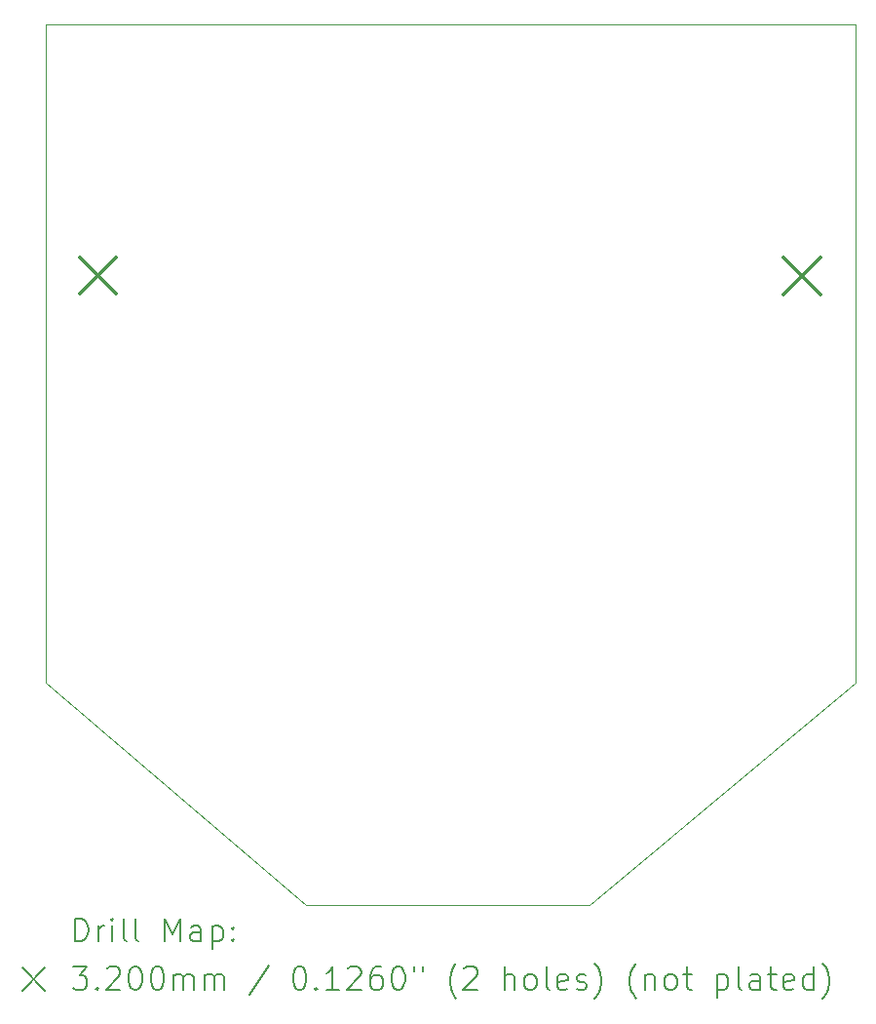
<source format=gbr>
%TF.GenerationSoftware,KiCad,Pcbnew,8.0.6*%
%TF.CreationDate,2025-01-23T10:33:56+01:00*%
%TF.ProjectId,Pcb pami 2025,50636220-7061-46d6-9920-323032352e6b,rev?*%
%TF.SameCoordinates,Original*%
%TF.FileFunction,Drillmap*%
%TF.FilePolarity,Positive*%
%FSLAX45Y45*%
G04 Gerber Fmt 4.5, Leading zero omitted, Abs format (unit mm)*
G04 Created by KiCad (PCBNEW 8.0.6) date 2025-01-23 10:33:56*
%MOMM*%
%LPD*%
G01*
G04 APERTURE LIST*
%ADD10C,0.050000*%
%ADD11C,0.200000*%
%ADD12C,0.320000*%
G04 APERTURE END LIST*
D10*
X14017000Y-8149600D02*
X11705600Y-10080000D01*
X9241800Y-10080000D01*
X6981200Y-8149600D01*
X6981200Y-2434600D01*
X14017000Y-2434600D01*
X14017000Y-8149600D01*
D11*
D12*
X7278000Y-4453000D02*
X7598000Y-4773000D01*
X7598000Y-4453000D02*
X7278000Y-4773000D01*
X13394000Y-4461000D02*
X13714000Y-4781000D01*
X13714000Y-4461000D02*
X13394000Y-4781000D01*
D11*
X7239477Y-10393984D02*
X7239477Y-10193984D01*
X7239477Y-10193984D02*
X7287096Y-10193984D01*
X7287096Y-10193984D02*
X7315667Y-10203508D01*
X7315667Y-10203508D02*
X7334715Y-10222555D01*
X7334715Y-10222555D02*
X7344239Y-10241603D01*
X7344239Y-10241603D02*
X7353762Y-10279698D01*
X7353762Y-10279698D02*
X7353762Y-10308270D01*
X7353762Y-10308270D02*
X7344239Y-10346365D01*
X7344239Y-10346365D02*
X7334715Y-10365412D01*
X7334715Y-10365412D02*
X7315667Y-10384460D01*
X7315667Y-10384460D02*
X7287096Y-10393984D01*
X7287096Y-10393984D02*
X7239477Y-10393984D01*
X7439477Y-10393984D02*
X7439477Y-10260650D01*
X7439477Y-10298746D02*
X7449001Y-10279698D01*
X7449001Y-10279698D02*
X7458524Y-10270174D01*
X7458524Y-10270174D02*
X7477572Y-10260650D01*
X7477572Y-10260650D02*
X7496620Y-10260650D01*
X7563286Y-10393984D02*
X7563286Y-10260650D01*
X7563286Y-10193984D02*
X7553762Y-10203508D01*
X7553762Y-10203508D02*
X7563286Y-10213031D01*
X7563286Y-10213031D02*
X7572810Y-10203508D01*
X7572810Y-10203508D02*
X7563286Y-10193984D01*
X7563286Y-10193984D02*
X7563286Y-10213031D01*
X7687096Y-10393984D02*
X7668048Y-10384460D01*
X7668048Y-10384460D02*
X7658524Y-10365412D01*
X7658524Y-10365412D02*
X7658524Y-10193984D01*
X7791858Y-10393984D02*
X7772810Y-10384460D01*
X7772810Y-10384460D02*
X7763286Y-10365412D01*
X7763286Y-10365412D02*
X7763286Y-10193984D01*
X8020429Y-10393984D02*
X8020429Y-10193984D01*
X8020429Y-10193984D02*
X8087096Y-10336841D01*
X8087096Y-10336841D02*
X8153762Y-10193984D01*
X8153762Y-10193984D02*
X8153762Y-10393984D01*
X8334715Y-10393984D02*
X8334715Y-10289222D01*
X8334715Y-10289222D02*
X8325191Y-10270174D01*
X8325191Y-10270174D02*
X8306143Y-10260650D01*
X8306143Y-10260650D02*
X8268048Y-10260650D01*
X8268048Y-10260650D02*
X8249001Y-10270174D01*
X8334715Y-10384460D02*
X8315667Y-10393984D01*
X8315667Y-10393984D02*
X8268048Y-10393984D01*
X8268048Y-10393984D02*
X8249001Y-10384460D01*
X8249001Y-10384460D02*
X8239477Y-10365412D01*
X8239477Y-10365412D02*
X8239477Y-10346365D01*
X8239477Y-10346365D02*
X8249001Y-10327317D01*
X8249001Y-10327317D02*
X8268048Y-10317793D01*
X8268048Y-10317793D02*
X8315667Y-10317793D01*
X8315667Y-10317793D02*
X8334715Y-10308270D01*
X8429953Y-10260650D02*
X8429953Y-10460650D01*
X8429953Y-10270174D02*
X8449001Y-10260650D01*
X8449001Y-10260650D02*
X8487096Y-10260650D01*
X8487096Y-10260650D02*
X8506144Y-10270174D01*
X8506144Y-10270174D02*
X8515667Y-10279698D01*
X8515667Y-10279698D02*
X8525191Y-10298746D01*
X8525191Y-10298746D02*
X8525191Y-10355889D01*
X8525191Y-10355889D02*
X8515667Y-10374936D01*
X8515667Y-10374936D02*
X8506144Y-10384460D01*
X8506144Y-10384460D02*
X8487096Y-10393984D01*
X8487096Y-10393984D02*
X8449001Y-10393984D01*
X8449001Y-10393984D02*
X8429953Y-10384460D01*
X8610905Y-10374936D02*
X8620429Y-10384460D01*
X8620429Y-10384460D02*
X8610905Y-10393984D01*
X8610905Y-10393984D02*
X8601382Y-10384460D01*
X8601382Y-10384460D02*
X8610905Y-10374936D01*
X8610905Y-10374936D02*
X8610905Y-10393984D01*
X8610905Y-10270174D02*
X8620429Y-10279698D01*
X8620429Y-10279698D02*
X8610905Y-10289222D01*
X8610905Y-10289222D02*
X8601382Y-10279698D01*
X8601382Y-10279698D02*
X8610905Y-10270174D01*
X8610905Y-10270174D02*
X8610905Y-10289222D01*
X6778700Y-10622500D02*
X6978700Y-10822500D01*
X6978700Y-10622500D02*
X6778700Y-10822500D01*
X7220429Y-10613984D02*
X7344239Y-10613984D01*
X7344239Y-10613984D02*
X7277572Y-10690174D01*
X7277572Y-10690174D02*
X7306143Y-10690174D01*
X7306143Y-10690174D02*
X7325191Y-10699698D01*
X7325191Y-10699698D02*
X7334715Y-10709222D01*
X7334715Y-10709222D02*
X7344239Y-10728270D01*
X7344239Y-10728270D02*
X7344239Y-10775889D01*
X7344239Y-10775889D02*
X7334715Y-10794936D01*
X7334715Y-10794936D02*
X7325191Y-10804460D01*
X7325191Y-10804460D02*
X7306143Y-10813984D01*
X7306143Y-10813984D02*
X7249001Y-10813984D01*
X7249001Y-10813984D02*
X7229953Y-10804460D01*
X7229953Y-10804460D02*
X7220429Y-10794936D01*
X7429953Y-10794936D02*
X7439477Y-10804460D01*
X7439477Y-10804460D02*
X7429953Y-10813984D01*
X7429953Y-10813984D02*
X7420429Y-10804460D01*
X7420429Y-10804460D02*
X7429953Y-10794936D01*
X7429953Y-10794936D02*
X7429953Y-10813984D01*
X7515667Y-10633031D02*
X7525191Y-10623508D01*
X7525191Y-10623508D02*
X7544239Y-10613984D01*
X7544239Y-10613984D02*
X7591858Y-10613984D01*
X7591858Y-10613984D02*
X7610905Y-10623508D01*
X7610905Y-10623508D02*
X7620429Y-10633031D01*
X7620429Y-10633031D02*
X7629953Y-10652079D01*
X7629953Y-10652079D02*
X7629953Y-10671127D01*
X7629953Y-10671127D02*
X7620429Y-10699698D01*
X7620429Y-10699698D02*
X7506143Y-10813984D01*
X7506143Y-10813984D02*
X7629953Y-10813984D01*
X7753762Y-10613984D02*
X7772810Y-10613984D01*
X7772810Y-10613984D02*
X7791858Y-10623508D01*
X7791858Y-10623508D02*
X7801382Y-10633031D01*
X7801382Y-10633031D02*
X7810905Y-10652079D01*
X7810905Y-10652079D02*
X7820429Y-10690174D01*
X7820429Y-10690174D02*
X7820429Y-10737793D01*
X7820429Y-10737793D02*
X7810905Y-10775889D01*
X7810905Y-10775889D02*
X7801382Y-10794936D01*
X7801382Y-10794936D02*
X7791858Y-10804460D01*
X7791858Y-10804460D02*
X7772810Y-10813984D01*
X7772810Y-10813984D02*
X7753762Y-10813984D01*
X7753762Y-10813984D02*
X7734715Y-10804460D01*
X7734715Y-10804460D02*
X7725191Y-10794936D01*
X7725191Y-10794936D02*
X7715667Y-10775889D01*
X7715667Y-10775889D02*
X7706143Y-10737793D01*
X7706143Y-10737793D02*
X7706143Y-10690174D01*
X7706143Y-10690174D02*
X7715667Y-10652079D01*
X7715667Y-10652079D02*
X7725191Y-10633031D01*
X7725191Y-10633031D02*
X7734715Y-10623508D01*
X7734715Y-10623508D02*
X7753762Y-10613984D01*
X7944239Y-10613984D02*
X7963286Y-10613984D01*
X7963286Y-10613984D02*
X7982334Y-10623508D01*
X7982334Y-10623508D02*
X7991858Y-10633031D01*
X7991858Y-10633031D02*
X8001382Y-10652079D01*
X8001382Y-10652079D02*
X8010905Y-10690174D01*
X8010905Y-10690174D02*
X8010905Y-10737793D01*
X8010905Y-10737793D02*
X8001382Y-10775889D01*
X8001382Y-10775889D02*
X7991858Y-10794936D01*
X7991858Y-10794936D02*
X7982334Y-10804460D01*
X7982334Y-10804460D02*
X7963286Y-10813984D01*
X7963286Y-10813984D02*
X7944239Y-10813984D01*
X7944239Y-10813984D02*
X7925191Y-10804460D01*
X7925191Y-10804460D02*
X7915667Y-10794936D01*
X7915667Y-10794936D02*
X7906143Y-10775889D01*
X7906143Y-10775889D02*
X7896620Y-10737793D01*
X7896620Y-10737793D02*
X7896620Y-10690174D01*
X7896620Y-10690174D02*
X7906143Y-10652079D01*
X7906143Y-10652079D02*
X7915667Y-10633031D01*
X7915667Y-10633031D02*
X7925191Y-10623508D01*
X7925191Y-10623508D02*
X7944239Y-10613984D01*
X8096620Y-10813984D02*
X8096620Y-10680650D01*
X8096620Y-10699698D02*
X8106143Y-10690174D01*
X8106143Y-10690174D02*
X8125191Y-10680650D01*
X8125191Y-10680650D02*
X8153763Y-10680650D01*
X8153763Y-10680650D02*
X8172810Y-10690174D01*
X8172810Y-10690174D02*
X8182334Y-10709222D01*
X8182334Y-10709222D02*
X8182334Y-10813984D01*
X8182334Y-10709222D02*
X8191858Y-10690174D01*
X8191858Y-10690174D02*
X8210905Y-10680650D01*
X8210905Y-10680650D02*
X8239477Y-10680650D01*
X8239477Y-10680650D02*
X8258524Y-10690174D01*
X8258524Y-10690174D02*
X8268048Y-10709222D01*
X8268048Y-10709222D02*
X8268048Y-10813984D01*
X8363286Y-10813984D02*
X8363286Y-10680650D01*
X8363286Y-10699698D02*
X8372810Y-10690174D01*
X8372810Y-10690174D02*
X8391858Y-10680650D01*
X8391858Y-10680650D02*
X8420429Y-10680650D01*
X8420429Y-10680650D02*
X8439477Y-10690174D01*
X8439477Y-10690174D02*
X8449001Y-10709222D01*
X8449001Y-10709222D02*
X8449001Y-10813984D01*
X8449001Y-10709222D02*
X8458525Y-10690174D01*
X8458525Y-10690174D02*
X8477572Y-10680650D01*
X8477572Y-10680650D02*
X8506144Y-10680650D01*
X8506144Y-10680650D02*
X8525191Y-10690174D01*
X8525191Y-10690174D02*
X8534715Y-10709222D01*
X8534715Y-10709222D02*
X8534715Y-10813984D01*
X8925191Y-10604460D02*
X8753763Y-10861603D01*
X9182334Y-10613984D02*
X9201382Y-10613984D01*
X9201382Y-10613984D02*
X9220429Y-10623508D01*
X9220429Y-10623508D02*
X9229953Y-10633031D01*
X9229953Y-10633031D02*
X9239477Y-10652079D01*
X9239477Y-10652079D02*
X9249001Y-10690174D01*
X9249001Y-10690174D02*
X9249001Y-10737793D01*
X9249001Y-10737793D02*
X9239477Y-10775889D01*
X9239477Y-10775889D02*
X9229953Y-10794936D01*
X9229953Y-10794936D02*
X9220429Y-10804460D01*
X9220429Y-10804460D02*
X9201382Y-10813984D01*
X9201382Y-10813984D02*
X9182334Y-10813984D01*
X9182334Y-10813984D02*
X9163287Y-10804460D01*
X9163287Y-10804460D02*
X9153763Y-10794936D01*
X9153763Y-10794936D02*
X9144239Y-10775889D01*
X9144239Y-10775889D02*
X9134715Y-10737793D01*
X9134715Y-10737793D02*
X9134715Y-10690174D01*
X9134715Y-10690174D02*
X9144239Y-10652079D01*
X9144239Y-10652079D02*
X9153763Y-10633031D01*
X9153763Y-10633031D02*
X9163287Y-10623508D01*
X9163287Y-10623508D02*
X9182334Y-10613984D01*
X9334715Y-10794936D02*
X9344239Y-10804460D01*
X9344239Y-10804460D02*
X9334715Y-10813984D01*
X9334715Y-10813984D02*
X9325191Y-10804460D01*
X9325191Y-10804460D02*
X9334715Y-10794936D01*
X9334715Y-10794936D02*
X9334715Y-10813984D01*
X9534715Y-10813984D02*
X9420429Y-10813984D01*
X9477572Y-10813984D02*
X9477572Y-10613984D01*
X9477572Y-10613984D02*
X9458525Y-10642555D01*
X9458525Y-10642555D02*
X9439477Y-10661603D01*
X9439477Y-10661603D02*
X9420429Y-10671127D01*
X9610906Y-10633031D02*
X9620429Y-10623508D01*
X9620429Y-10623508D02*
X9639477Y-10613984D01*
X9639477Y-10613984D02*
X9687096Y-10613984D01*
X9687096Y-10613984D02*
X9706144Y-10623508D01*
X9706144Y-10623508D02*
X9715668Y-10633031D01*
X9715668Y-10633031D02*
X9725191Y-10652079D01*
X9725191Y-10652079D02*
X9725191Y-10671127D01*
X9725191Y-10671127D02*
X9715668Y-10699698D01*
X9715668Y-10699698D02*
X9601382Y-10813984D01*
X9601382Y-10813984D02*
X9725191Y-10813984D01*
X9896620Y-10613984D02*
X9858525Y-10613984D01*
X9858525Y-10613984D02*
X9839477Y-10623508D01*
X9839477Y-10623508D02*
X9829953Y-10633031D01*
X9829953Y-10633031D02*
X9810906Y-10661603D01*
X9810906Y-10661603D02*
X9801382Y-10699698D01*
X9801382Y-10699698D02*
X9801382Y-10775889D01*
X9801382Y-10775889D02*
X9810906Y-10794936D01*
X9810906Y-10794936D02*
X9820429Y-10804460D01*
X9820429Y-10804460D02*
X9839477Y-10813984D01*
X9839477Y-10813984D02*
X9877572Y-10813984D01*
X9877572Y-10813984D02*
X9896620Y-10804460D01*
X9896620Y-10804460D02*
X9906144Y-10794936D01*
X9906144Y-10794936D02*
X9915668Y-10775889D01*
X9915668Y-10775889D02*
X9915668Y-10728270D01*
X9915668Y-10728270D02*
X9906144Y-10709222D01*
X9906144Y-10709222D02*
X9896620Y-10699698D01*
X9896620Y-10699698D02*
X9877572Y-10690174D01*
X9877572Y-10690174D02*
X9839477Y-10690174D01*
X9839477Y-10690174D02*
X9820429Y-10699698D01*
X9820429Y-10699698D02*
X9810906Y-10709222D01*
X9810906Y-10709222D02*
X9801382Y-10728270D01*
X10039477Y-10613984D02*
X10058525Y-10613984D01*
X10058525Y-10613984D02*
X10077572Y-10623508D01*
X10077572Y-10623508D02*
X10087096Y-10633031D01*
X10087096Y-10633031D02*
X10096620Y-10652079D01*
X10096620Y-10652079D02*
X10106144Y-10690174D01*
X10106144Y-10690174D02*
X10106144Y-10737793D01*
X10106144Y-10737793D02*
X10096620Y-10775889D01*
X10096620Y-10775889D02*
X10087096Y-10794936D01*
X10087096Y-10794936D02*
X10077572Y-10804460D01*
X10077572Y-10804460D02*
X10058525Y-10813984D01*
X10058525Y-10813984D02*
X10039477Y-10813984D01*
X10039477Y-10813984D02*
X10020429Y-10804460D01*
X10020429Y-10804460D02*
X10010906Y-10794936D01*
X10010906Y-10794936D02*
X10001382Y-10775889D01*
X10001382Y-10775889D02*
X9991858Y-10737793D01*
X9991858Y-10737793D02*
X9991858Y-10690174D01*
X9991858Y-10690174D02*
X10001382Y-10652079D01*
X10001382Y-10652079D02*
X10010906Y-10633031D01*
X10010906Y-10633031D02*
X10020429Y-10623508D01*
X10020429Y-10623508D02*
X10039477Y-10613984D01*
X10182334Y-10613984D02*
X10182334Y-10652079D01*
X10258525Y-10613984D02*
X10258525Y-10652079D01*
X10553763Y-10890174D02*
X10544239Y-10880650D01*
X10544239Y-10880650D02*
X10525191Y-10852079D01*
X10525191Y-10852079D02*
X10515668Y-10833031D01*
X10515668Y-10833031D02*
X10506144Y-10804460D01*
X10506144Y-10804460D02*
X10496620Y-10756841D01*
X10496620Y-10756841D02*
X10496620Y-10718746D01*
X10496620Y-10718746D02*
X10506144Y-10671127D01*
X10506144Y-10671127D02*
X10515668Y-10642555D01*
X10515668Y-10642555D02*
X10525191Y-10623508D01*
X10525191Y-10623508D02*
X10544239Y-10594936D01*
X10544239Y-10594936D02*
X10553763Y-10585412D01*
X10620430Y-10633031D02*
X10629953Y-10623508D01*
X10629953Y-10623508D02*
X10649001Y-10613984D01*
X10649001Y-10613984D02*
X10696620Y-10613984D01*
X10696620Y-10613984D02*
X10715668Y-10623508D01*
X10715668Y-10623508D02*
X10725191Y-10633031D01*
X10725191Y-10633031D02*
X10734715Y-10652079D01*
X10734715Y-10652079D02*
X10734715Y-10671127D01*
X10734715Y-10671127D02*
X10725191Y-10699698D01*
X10725191Y-10699698D02*
X10610906Y-10813984D01*
X10610906Y-10813984D02*
X10734715Y-10813984D01*
X10972811Y-10813984D02*
X10972811Y-10613984D01*
X11058525Y-10813984D02*
X11058525Y-10709222D01*
X11058525Y-10709222D02*
X11049001Y-10690174D01*
X11049001Y-10690174D02*
X11029953Y-10680650D01*
X11029953Y-10680650D02*
X11001382Y-10680650D01*
X11001382Y-10680650D02*
X10982334Y-10690174D01*
X10982334Y-10690174D02*
X10972811Y-10699698D01*
X11182334Y-10813984D02*
X11163287Y-10804460D01*
X11163287Y-10804460D02*
X11153763Y-10794936D01*
X11153763Y-10794936D02*
X11144239Y-10775889D01*
X11144239Y-10775889D02*
X11144239Y-10718746D01*
X11144239Y-10718746D02*
X11153763Y-10699698D01*
X11153763Y-10699698D02*
X11163287Y-10690174D01*
X11163287Y-10690174D02*
X11182334Y-10680650D01*
X11182334Y-10680650D02*
X11210906Y-10680650D01*
X11210906Y-10680650D02*
X11229953Y-10690174D01*
X11229953Y-10690174D02*
X11239477Y-10699698D01*
X11239477Y-10699698D02*
X11249001Y-10718746D01*
X11249001Y-10718746D02*
X11249001Y-10775889D01*
X11249001Y-10775889D02*
X11239477Y-10794936D01*
X11239477Y-10794936D02*
X11229953Y-10804460D01*
X11229953Y-10804460D02*
X11210906Y-10813984D01*
X11210906Y-10813984D02*
X11182334Y-10813984D01*
X11363287Y-10813984D02*
X11344239Y-10804460D01*
X11344239Y-10804460D02*
X11334715Y-10785412D01*
X11334715Y-10785412D02*
X11334715Y-10613984D01*
X11515668Y-10804460D02*
X11496620Y-10813984D01*
X11496620Y-10813984D02*
X11458525Y-10813984D01*
X11458525Y-10813984D02*
X11439477Y-10804460D01*
X11439477Y-10804460D02*
X11429953Y-10785412D01*
X11429953Y-10785412D02*
X11429953Y-10709222D01*
X11429953Y-10709222D02*
X11439477Y-10690174D01*
X11439477Y-10690174D02*
X11458525Y-10680650D01*
X11458525Y-10680650D02*
X11496620Y-10680650D01*
X11496620Y-10680650D02*
X11515668Y-10690174D01*
X11515668Y-10690174D02*
X11525191Y-10709222D01*
X11525191Y-10709222D02*
X11525191Y-10728270D01*
X11525191Y-10728270D02*
X11429953Y-10747317D01*
X11601382Y-10804460D02*
X11620430Y-10813984D01*
X11620430Y-10813984D02*
X11658525Y-10813984D01*
X11658525Y-10813984D02*
X11677572Y-10804460D01*
X11677572Y-10804460D02*
X11687096Y-10785412D01*
X11687096Y-10785412D02*
X11687096Y-10775889D01*
X11687096Y-10775889D02*
X11677572Y-10756841D01*
X11677572Y-10756841D02*
X11658525Y-10747317D01*
X11658525Y-10747317D02*
X11629953Y-10747317D01*
X11629953Y-10747317D02*
X11610906Y-10737793D01*
X11610906Y-10737793D02*
X11601382Y-10718746D01*
X11601382Y-10718746D02*
X11601382Y-10709222D01*
X11601382Y-10709222D02*
X11610906Y-10690174D01*
X11610906Y-10690174D02*
X11629953Y-10680650D01*
X11629953Y-10680650D02*
X11658525Y-10680650D01*
X11658525Y-10680650D02*
X11677572Y-10690174D01*
X11753763Y-10890174D02*
X11763287Y-10880650D01*
X11763287Y-10880650D02*
X11782334Y-10852079D01*
X11782334Y-10852079D02*
X11791858Y-10833031D01*
X11791858Y-10833031D02*
X11801382Y-10804460D01*
X11801382Y-10804460D02*
X11810906Y-10756841D01*
X11810906Y-10756841D02*
X11810906Y-10718746D01*
X11810906Y-10718746D02*
X11801382Y-10671127D01*
X11801382Y-10671127D02*
X11791858Y-10642555D01*
X11791858Y-10642555D02*
X11782334Y-10623508D01*
X11782334Y-10623508D02*
X11763287Y-10594936D01*
X11763287Y-10594936D02*
X11753763Y-10585412D01*
X12115668Y-10890174D02*
X12106144Y-10880650D01*
X12106144Y-10880650D02*
X12087096Y-10852079D01*
X12087096Y-10852079D02*
X12077572Y-10833031D01*
X12077572Y-10833031D02*
X12068049Y-10804460D01*
X12068049Y-10804460D02*
X12058525Y-10756841D01*
X12058525Y-10756841D02*
X12058525Y-10718746D01*
X12058525Y-10718746D02*
X12068049Y-10671127D01*
X12068049Y-10671127D02*
X12077572Y-10642555D01*
X12077572Y-10642555D02*
X12087096Y-10623508D01*
X12087096Y-10623508D02*
X12106144Y-10594936D01*
X12106144Y-10594936D02*
X12115668Y-10585412D01*
X12191858Y-10680650D02*
X12191858Y-10813984D01*
X12191858Y-10699698D02*
X12201382Y-10690174D01*
X12201382Y-10690174D02*
X12220430Y-10680650D01*
X12220430Y-10680650D02*
X12249001Y-10680650D01*
X12249001Y-10680650D02*
X12268049Y-10690174D01*
X12268049Y-10690174D02*
X12277572Y-10709222D01*
X12277572Y-10709222D02*
X12277572Y-10813984D01*
X12401382Y-10813984D02*
X12382334Y-10804460D01*
X12382334Y-10804460D02*
X12372811Y-10794936D01*
X12372811Y-10794936D02*
X12363287Y-10775889D01*
X12363287Y-10775889D02*
X12363287Y-10718746D01*
X12363287Y-10718746D02*
X12372811Y-10699698D01*
X12372811Y-10699698D02*
X12382334Y-10690174D01*
X12382334Y-10690174D02*
X12401382Y-10680650D01*
X12401382Y-10680650D02*
X12429953Y-10680650D01*
X12429953Y-10680650D02*
X12449001Y-10690174D01*
X12449001Y-10690174D02*
X12458525Y-10699698D01*
X12458525Y-10699698D02*
X12468049Y-10718746D01*
X12468049Y-10718746D02*
X12468049Y-10775889D01*
X12468049Y-10775889D02*
X12458525Y-10794936D01*
X12458525Y-10794936D02*
X12449001Y-10804460D01*
X12449001Y-10804460D02*
X12429953Y-10813984D01*
X12429953Y-10813984D02*
X12401382Y-10813984D01*
X12525192Y-10680650D02*
X12601382Y-10680650D01*
X12553763Y-10613984D02*
X12553763Y-10785412D01*
X12553763Y-10785412D02*
X12563287Y-10804460D01*
X12563287Y-10804460D02*
X12582334Y-10813984D01*
X12582334Y-10813984D02*
X12601382Y-10813984D01*
X12820430Y-10680650D02*
X12820430Y-10880650D01*
X12820430Y-10690174D02*
X12839477Y-10680650D01*
X12839477Y-10680650D02*
X12877573Y-10680650D01*
X12877573Y-10680650D02*
X12896620Y-10690174D01*
X12896620Y-10690174D02*
X12906144Y-10699698D01*
X12906144Y-10699698D02*
X12915668Y-10718746D01*
X12915668Y-10718746D02*
X12915668Y-10775889D01*
X12915668Y-10775889D02*
X12906144Y-10794936D01*
X12906144Y-10794936D02*
X12896620Y-10804460D01*
X12896620Y-10804460D02*
X12877573Y-10813984D01*
X12877573Y-10813984D02*
X12839477Y-10813984D01*
X12839477Y-10813984D02*
X12820430Y-10804460D01*
X13029953Y-10813984D02*
X13010906Y-10804460D01*
X13010906Y-10804460D02*
X13001382Y-10785412D01*
X13001382Y-10785412D02*
X13001382Y-10613984D01*
X13191858Y-10813984D02*
X13191858Y-10709222D01*
X13191858Y-10709222D02*
X13182334Y-10690174D01*
X13182334Y-10690174D02*
X13163287Y-10680650D01*
X13163287Y-10680650D02*
X13125192Y-10680650D01*
X13125192Y-10680650D02*
X13106144Y-10690174D01*
X13191858Y-10804460D02*
X13172811Y-10813984D01*
X13172811Y-10813984D02*
X13125192Y-10813984D01*
X13125192Y-10813984D02*
X13106144Y-10804460D01*
X13106144Y-10804460D02*
X13096620Y-10785412D01*
X13096620Y-10785412D02*
X13096620Y-10766365D01*
X13096620Y-10766365D02*
X13106144Y-10747317D01*
X13106144Y-10747317D02*
X13125192Y-10737793D01*
X13125192Y-10737793D02*
X13172811Y-10737793D01*
X13172811Y-10737793D02*
X13191858Y-10728270D01*
X13258525Y-10680650D02*
X13334715Y-10680650D01*
X13287096Y-10613984D02*
X13287096Y-10785412D01*
X13287096Y-10785412D02*
X13296620Y-10804460D01*
X13296620Y-10804460D02*
X13315668Y-10813984D01*
X13315668Y-10813984D02*
X13334715Y-10813984D01*
X13477573Y-10804460D02*
X13458525Y-10813984D01*
X13458525Y-10813984D02*
X13420430Y-10813984D01*
X13420430Y-10813984D02*
X13401382Y-10804460D01*
X13401382Y-10804460D02*
X13391858Y-10785412D01*
X13391858Y-10785412D02*
X13391858Y-10709222D01*
X13391858Y-10709222D02*
X13401382Y-10690174D01*
X13401382Y-10690174D02*
X13420430Y-10680650D01*
X13420430Y-10680650D02*
X13458525Y-10680650D01*
X13458525Y-10680650D02*
X13477573Y-10690174D01*
X13477573Y-10690174D02*
X13487096Y-10709222D01*
X13487096Y-10709222D02*
X13487096Y-10728270D01*
X13487096Y-10728270D02*
X13391858Y-10747317D01*
X13658525Y-10813984D02*
X13658525Y-10613984D01*
X13658525Y-10804460D02*
X13639477Y-10813984D01*
X13639477Y-10813984D02*
X13601382Y-10813984D01*
X13601382Y-10813984D02*
X13582334Y-10804460D01*
X13582334Y-10804460D02*
X13572811Y-10794936D01*
X13572811Y-10794936D02*
X13563287Y-10775889D01*
X13563287Y-10775889D02*
X13563287Y-10718746D01*
X13563287Y-10718746D02*
X13572811Y-10699698D01*
X13572811Y-10699698D02*
X13582334Y-10690174D01*
X13582334Y-10690174D02*
X13601382Y-10680650D01*
X13601382Y-10680650D02*
X13639477Y-10680650D01*
X13639477Y-10680650D02*
X13658525Y-10690174D01*
X13734715Y-10890174D02*
X13744239Y-10880650D01*
X13744239Y-10880650D02*
X13763287Y-10852079D01*
X13763287Y-10852079D02*
X13772811Y-10833031D01*
X13772811Y-10833031D02*
X13782334Y-10804460D01*
X13782334Y-10804460D02*
X13791858Y-10756841D01*
X13791858Y-10756841D02*
X13791858Y-10718746D01*
X13791858Y-10718746D02*
X13782334Y-10671127D01*
X13782334Y-10671127D02*
X13772811Y-10642555D01*
X13772811Y-10642555D02*
X13763287Y-10623508D01*
X13763287Y-10623508D02*
X13744239Y-10594936D01*
X13744239Y-10594936D02*
X13734715Y-10585412D01*
M02*

</source>
